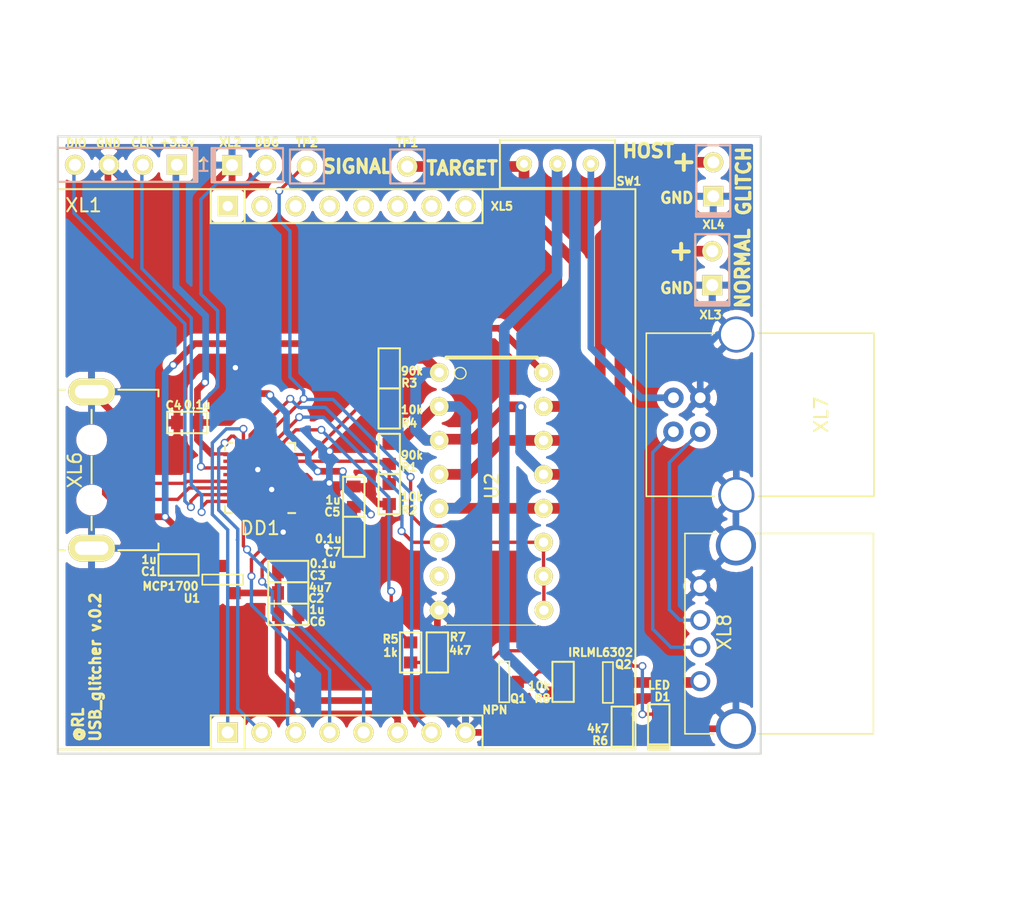
<source format=kicad_pcb>
(kicad_pcb (version 20171130) (host pcbnew "(5.1.4)-1")
  (layers (0 F.Cu signal) (31 B.Cu signal) (34 B.Paste user) (35 F.Paste user) (36 B.SilkS user) (37 F.SilkS user) (38 B.Mask user) (39 F.Mask user) (44 Edge.Cuts user))
  (net 0 "")
  (net 1 +5V)
  (net 2 GND)
  (net 3 +3.3V)
  (net 4 /LED)
  (net 5 "Net-(D1-PadC)")
  (net 6 /Vnorm_adc)
  (net 7 /Vglitch_adc)
  (net 8 /DEVICE_POWER_EN)
  (net 9 /TARGET_ENABLE)
  (net 10 /TARGET_SWITCH)
  (net 11 /LCD_BCKLT)
  (net 12 /LCD_RESET)
  (net 13 /LCD_CE)
  (net 14 /DBG_TX)
  (net 15 /USB_DM)
  (net 16 /USB_DP)
  (net 17 /SWDIO)
  (net 18 /SWCLK)
  (net 19 /LCD_CLK)
  (net 20 /LCD_DC)
  (net 21 /LCD_DIN)
  (net 22 "Net-(Q1-Pad3)")
  (net 23 /DEVICE_POWER)
  (net 24 /PWR)
  (net 25 /Vnormal)
  (net 26 /Vglitch)
  (net 27 /Vtarget)
  (net 28 /HOST_POWER)
  (net 29 /DM)
  (net 30 /DP)
  (module Resistors:RES_0603 (layer F.Cu) (at 170.25 91.25 90)
    (fp_text reference R7 (at 1.15 1.525 180) (layer F.SilkS) (effects (font (size 0.6 0.6))))
    (fp_text value 4k7 (at 0.15 1.7 180) (layer F.SilkS) (effects (font (size 0.6 0.6))))
    (pad 1 smd rect (at -0.75 0 90) (size 0.9 1) (layers F.Cu F.Paste F.Mask) (net 4 /LED))
    (pad 2 smd rect (at 0.75 0 90) (size 0.9 1) (layers F.Cu F.Paste F.Mask) (net 2 GND))
  )
  (module Capacitors:CAP_0603 (layer F.Cu) (at 150.9 84.7 180)
    (fp_text reference C1 (at 2.2 -0.5 180) (layer F.SilkS) (effects (font (size 0.6 0.6))))
    (fp_text value 1u (at 2.2 0.4 180) (layer F.SilkS) (effects (font (size 0.6 0.6))))
    (pad 1 smd rect (at -0.762 0 180) (size 0.889 1.016) (layers F.Cu F.Paste F.Mask) (net 1 +5V))
    (pad 2 smd rect (at 0.762 0 180) (size 0.889 1.016) (layers F.Cu F.Paste F.Mask) (net 2 GND))
  )
  (module Capacitors:CAP_0603 (layer F.Cu) (at 159.1 86.8)
    (fp_text reference C2 (at 2.1 0.4) (layer F.SilkS) (effects (font (size 0.6 0.6))))
    (fp_text value 4u7 (at 2.4 -0.4) (layer F.SilkS) (effects (font (size 0.6 0.6))))
    (pad 1 smd rect (at -0.762 0) (size 0.889 1.016) (layers F.Cu F.Paste F.Mask) (net 3 +3.3V))
    (pad 2 smd rect (at 0.762 0) (size 0.889 1.016) (layers F.Cu F.Paste F.Mask) (net 2 GND))
  )
  (module Capacitors:CAP_0603 (layer F.Cu) (at 159.1 85.2)
    (fp_text reference C3 (at 2.2 0.3) (layer F.SilkS) (effects (font (size 0.6 0.6))))
    (fp_text value 0.1u (at 2.6 -0.6) (layer F.SilkS) (effects (font (size 0.6 0.6))))
    (pad 1 smd rect (at -0.762 0) (size 0.889 1.016) (layers F.Cu F.Paste F.Mask) (net 3 +3.3V))
    (pad 2 smd rect (at 0.762 0) (size 0.889 1.016) (layers F.Cu F.Paste F.Mask) (net 2 GND))
  )
  (module Capacitors:CAP_0603 (layer F.Cu) (at 151.55 74.05 180)
    (fp_text reference C4 (at 1.025 1.275 180) (layer F.SilkS) (effects (font (size 0.6 0.6))))
    (fp_text value 0.1u (at -0.75 1.325 180) (layer F.SilkS) (effects (font (size 0.6 0.6))))
    (pad 1 smd rect (at -0.762 0 180) (size 0.889 1.016) (layers F.Cu F.Paste F.Mask) (net 3 +3.3V))
    (pad 2 smd rect (at 0.762 0 180) (size 0.889 1.016) (layers F.Cu F.Paste F.Mask) (net 2 GND))
  )
  (module Capacitors:CAP_0603 (layer F.Cu) (at 164 79.6 90)
    (fp_text reference C5 (at -1.15 -1.6 180) (layer F.SilkS) (effects (font (size 0.6 0.6))))
    (fp_text value 1u (at -0.25 -1.55 180) (layer F.SilkS) (effects (font (size 0.6 0.6))))
    (pad 1 smd rect (at -0.762 0 90) (size 0.889 1.016) (layers F.Cu F.Paste F.Mask) (net 3 +3.3V))
    (pad 2 smd rect (at 0.762 0 90) (size 0.889 1.016) (layers F.Cu F.Paste F.Mask) (net 2 GND))
  )
  (module Capacitors:CAP_0603 (layer F.Cu) (at 159.1 88.4)
    (fp_text reference C6 (at 2.2 0.55) (layer F.SilkS) (effects (font (size 0.6 0.6))))
    (fp_text value 1u (at 2.15 -0.35) (layer F.SilkS) (effects (font (size 0.6 0.6))))
    (pad 1 smd rect (at -0.762 0) (size 0.889 1.016) (layers F.Cu F.Paste F.Mask) (net 3 +3.3V))
    (pad 2 smd rect (at 0.762 0) (size 0.889 1.016) (layers F.Cu F.Paste F.Mask) (net 2 GND))
  )
  (module Capacitors:CAP_0603 (layer F.Cu) (at 164 82.6 270)
    (fp_text reference C7 (at 1.15 1.55) (layer F.SilkS) (effects (font (size 0.6 0.6))))
    (fp_text value 0.1u (at 0.15 1.9) (layer F.SilkS) (effects (font (size 0.6 0.6))))
    (pad 1 smd rect (at -0.762 0 270) (size 0.889 1.016) (layers F.Cu F.Paste F.Mask) (net 3 +3.3V))
    (pad 2 smd rect (at 0.762 0 270) (size 0.889 1.016) (layers F.Cu F.Paste F.Mask) (net 2 GND))
  )
  (module LEDs:LED_0603 (layer F.Cu) (at 186.8 96.625 270)
    (fp_text reference D1 (at -2.05 -0.275) (layer F.SilkS) (effects (font (size 0.6 0.6))))
    (fp_text value LED (at -2.925 -0.025) (layer F.SilkS) (effects (font (size 0.6 0.6))))
    (pad A smd rect (at -0.762 0 270) (size 0.889 1.016) (layers F.Cu F.Paste F.Mask) (net 4 /LED))
    (pad C smd rect (at 0.762 0 270) (size 0.889 1.016) (layers F.Cu F.Paste F.Mask) (net 5 "Net-(D1-PadC)"))
  )
  (module Housings_DFN_QFN:QFN-32-1EP_5x5mm_Pitch0.5mm (layer F.Cu) (at 157 78.2 180)
    (fp_text reference DD1 (at 0 -3.75 180) (layer F.SilkS))
    (fp_text value STM32F050K4_6)
    (pad 1 smd rect (at -2.4 -1.75 180) (size 0.7 0.25) (layers F.Cu F.Paste F.Mask) (net 3 +3.3V))
    (pad 2 smd rect (at -2.4 -1.25 180) (size 0.7 0.25) (layers F.Cu F.Paste F.Mask))
    (pad 3 smd rect (at -2.4 -0.75 180) (size 0.7 0.25) (layers F.Cu F.Paste F.Mask))
    (pad 4 smd rect (at -2.4 -0.25 180) (size 0.7 0.25) (layers F.Cu F.Paste F.Mask))
    (pad 5 smd rect (at -2.4 0.25 180) (size 0.7 0.25) (layers F.Cu F.Paste F.Mask) (net 3 +3.3V))
    (pad 6 smd rect (at -2.4 0.75 180) (size 0.7 0.25) (layers F.Cu F.Paste F.Mask))
    (pad 7 smd rect (at -2.4 1.25 180) (size 0.7 0.25) (layers F.Cu F.Paste F.Mask) (net 6 /Vnorm_adc))
    (pad 8 smd rect (at -2.4 1.75 180) (size 0.7 0.25) (layers F.Cu F.Paste F.Mask) (net 7 /Vglitch_adc))
    (pad 9 smd rect (at -1.75 2.4 270) (size 0.7 0.25) (layers F.Cu F.Paste F.Mask) (net 8 /DEVICE_POWER_EN))
    (pad 10 smd rect (at -1.25 2.4 270) (size 0.7 0.25) (layers F.Cu F.Paste F.Mask) (net 9 /TARGET_ENABLE))
    (pad 11 smd rect (at -0.75 2.4 270) (size 0.7 0.25) (layers F.Cu F.Paste F.Mask) (net 10 /TARGET_SWITCH))
    (pad 12 smd rect (at -0.25 2.4 270) (size 0.7 0.25) (layers F.Cu F.Paste F.Mask))
    (pad 13 smd rect (at 0.25 2.4 270) (size 0.7 0.25) (layers F.Cu F.Paste F.Mask))
    (pad 14 smd rect (at 0.75 2.4 270) (size 0.7 0.25) (layers F.Cu F.Paste F.Mask) (net 11 /LCD_BCKLT))
    (pad 15 smd rect (at 1.25 2.4 270) (size 0.7 0.25) (layers F.Cu F.Paste F.Mask) (net 12 /LCD_RESET))
    (pad 16 smd rect (at 1.75 2.4 270) (size 0.7 0.25) (layers F.Cu F.Paste F.Mask) (net 13 /LCD_CE))
    (pad 17 smd rect (at 2.4 1.75 180) (size 0.7 0.25) (layers F.Cu F.Paste F.Mask) (net 3 +3.3V))
    (pad 18 smd rect (at 2.4 1.25 180) (size 0.7 0.25) (layers F.Cu F.Paste F.Mask))
    (pad 19 smd rect (at 2.4 0.75 180) (size 0.7 0.25) (layers F.Cu F.Paste F.Mask) (net 14 /DBG_TX))
    (pad 20 smd rect (at 2.4 0.25 180) (size 0.7 0.25) (layers F.Cu F.Paste F.Mask))
    (pad 21 smd rect (at 2.4 -0.25 180) (size 0.7 0.25) (layers F.Cu F.Paste F.Mask) (net 15 /USB_DM))
    (pad 22 smd rect (at 2.4 -0.75 180) (size 0.7 0.25) (layers F.Cu F.Paste F.Mask) (net 16 /USB_DP))
    (pad 23 smd rect (at 2.4 -1.25 180) (size 0.7 0.25) (layers F.Cu F.Paste F.Mask) (net 17 /SWDIO))
    (pad 24 smd rect (at 2.4 -1.75 180) (size 0.7 0.25) (layers F.Cu F.Paste F.Mask) (net 18 /SWCLK))
    (pad 25 smd rect (at 1.75 -2.4 270) (size 0.7 0.25) (layers F.Cu F.Paste F.Mask))
    (pad 26 smd rect (at 1.25 -2.4 270) (size 0.7 0.25) (layers F.Cu F.Paste F.Mask) (net 19 /LCD_CLK))
    (pad 27 smd rect (at 0.75 -2.4 270) (size 0.7 0.25) (layers F.Cu F.Paste F.Mask))
    (pad 28 smd rect (at 0.25 -2.4 270) (size 0.7 0.25) (layers F.Cu F.Paste F.Mask))
    (pad 29 smd rect (at -0.25 -2.4 270) (size 0.7 0.25) (layers F.Cu F.Paste F.Mask) (net 20 /LCD_DC))
    (pad 30 smd rect (at -0.75 -2.4 270) (size 0.7 0.25) (layers F.Cu F.Paste F.Mask) (net 21 /LCD_DIN))
    (pad 31 smd rect (at -1.25 -2.4 270) (size 0.7 0.25) (layers F.Cu F.Paste F.Mask) (net 2 GND))
    (pad 32 smd rect (at -1.75 -2.4 270) (size 0.7 0.25) (layers F.Cu F.Paste F.Mask))
    (pad 33 smd rect (at 0.8625 0.8625 180) (size 1.725 1.725) (layers F.Cu F.Paste F.Mask) (net 2 GND))
    (pad 33 smd rect (at 0.8625 -0.8625 180) (size 1.725 1.725) (layers F.Cu F.Paste F.Mask) (net 2 GND))
    (pad 33 smd rect (at -0.8625 0.8625 180) (size 1.725 1.725) (layers F.Cu F.Paste F.Mask) (net 2 GND))
    (pad 33 smd rect (at -0.8625 -0.8625 180) (size 1.725 1.725) (layers F.Cu F.Paste F.Mask) (net 2 GND))
  )
  (module SOT:SOT23-3 (layer F.Cu) (at 175.25 93.45 90)
    (fp_text reference Q1 (at -1.25 1.05 180) (layer F.SilkS) (effects (font (size 0.6 0.6))))
    (fp_text value NPN (at -2.1 -0.7 180) (layer F.SilkS) (effects (font (size 0.59944 0.59944) (thickness 0.14986))))
    (pad 2 smd rect (at -0.889 -1.016 90) (size 0.9144 0.9144) (layers F.Cu F.Paste F.Mask) (net 2 GND))
    (pad 1 smd rect (at 0.889 -1.016 90) (size 0.9144 0.9144) (layers F.Cu F.Paste F.Mask) (net 4 /LED))
    (pad 3 smd rect (at 0 1.016 90) (size 0.9144 0.9144) (layers F.Cu F.Paste F.Mask) (net 22 "Net-(Q1-Pad3)"))
  )
  (module SOT:SOT23-3 (layer F.Cu) (at 183 93.5 90)
    (fp_text reference Q2 (at 1.35 1.15 180) (layer F.SilkS) (effects (font (size 0.6 0.6))))
    (fp_text value IRLML6302 (at 2.25 -0.55 180) (layer F.SilkS) (effects (font (size 0.59944 0.59944) (thickness 0.14986))))
    (pad 2 smd rect (at -0.889 -1.016 90) (size 0.9144 0.9144) (layers F.Cu F.Paste F.Mask) (net 23 /DEVICE_POWER))
    (pad 1 smd rect (at 0.889 -1.016 90) (size 0.9144 0.9144) (layers F.Cu F.Paste F.Mask) (net 22 "Net-(Q1-Pad3)"))
    (pad 3 smd rect (at 0 1.016 90) (size 0.9144 0.9144) (layers F.Cu F.Paste F.Mask) (net 24 /PWR))
  )
  (module Resistors:RES_0603 (layer F.Cu) (at 166.65 76.4 270)
    (fp_text reference R1 (at 1 -1.5) (layer F.SilkS) (effects (font (size 0.6 0.6))))
    (fp_text value 90k (at 0.1 -1.7) (layer F.SilkS) (effects (font (size 0.6 0.6))))
    (pad 1 smd rect (at -0.75 0 270) (size 0.9 1) (layers F.Cu F.Paste F.Mask) (net 25 /Vnormal))
    (pad 2 smd rect (at 0.75 0 270) (size 0.9 1) (layers F.Cu F.Paste F.Mask) (net 6 /Vnorm_adc))
  )
  (module Resistors:RES_0603 (layer F.Cu) (at 166.65 79.4 270)
    (fp_text reference R2 (at 1.2 -1.5) (layer F.SilkS) (effects (font (size 0.6 0.6))))
    (fp_text value 10k (at 0.2 -1.7) (layer F.SilkS) (effects (font (size 0.6 0.6))))
    (pad 1 smd rect (at -0.75 0 270) (size 0.9 1) (layers F.Cu F.Paste F.Mask) (net 6 /Vnorm_adc))
    (pad 2 smd rect (at 0.75 0 270) (size 0.9 1) (layers F.Cu F.Paste F.Mask) (net 2 GND))
  )
  (module Resistors:RES_0603 (layer F.Cu) (at 166.65 70 270)
    (fp_text reference R3 (at 1.1 -1.5 180) (layer F.SilkS) (effects (font (size 0.6 0.6))))
    (fp_text value 90k (at 0.2 -1.7) (layer F.SilkS) (effects (font (size 0.6 0.6))))
    (pad 1 smd rect (at -0.75 0 270) (size 0.9 1) (layers F.Cu F.Paste F.Mask) (net 26 /Vglitch))
    (pad 2 smd rect (at 0.75 0 270) (size 0.9 1) (layers F.Cu F.Paste F.Mask) (net 7 /Vglitch_adc))
  )
  (module Resistors:RES_0603 (layer F.Cu) (at 166.65 73 270)
    (fp_text reference R4 (at 1.1 -1.5) (layer F.SilkS) (effects (font (size 0.6 0.6))))
    (fp_text value 10k (at 0.1 -1.7) (layer F.SilkS) (effects (font (size 0.6 0.6))))
    (pad 1 smd rect (at -0.75 0 270) (size 0.9 1) (layers F.Cu F.Paste F.Mask) (net 7 /Vglitch_adc))
    (pad 2 smd rect (at 0.75 0 270) (size 0.9 1) (layers F.Cu F.Paste F.Mask) (net 2 GND))
  )
  (module Resistors:RES_0603 (layer F.Cu) (at 168.25 91.25 90)
    (fp_text reference R5 (at 1 -1.5 180) (layer F.SilkS) (effects (font (size 0.6 0.6))))
    (fp_text value 1k (at 0 -1.5 180) (layer F.SilkS) (effects (font (size 0.6 0.6))))
    (pad 1 smd rect (at -0.75 0 90) (size 0.9 1) (layers F.Cu F.Paste F.Mask) (net 4 /LED))
    (pad 2 smd rect (at 0.75 0 90) (size 0.9 1) (layers F.Cu F.Paste F.Mask) (net 8 /DEVICE_POWER_EN))
  )
  (module Resistors:RES_0603 (layer F.Cu) (at 184.075 96.8 270)
    (fp_text reference R6 (at 1.05 1.65) (layer F.SilkS) (effects (font (size 0.6 0.6))))
    (fp_text value 4k7 (at 0.15 1.825) (layer F.SilkS) (effects (font (size 0.6 0.6))))
    (pad 1 smd rect (at -0.75 0 270) (size 0.9 1) (layers F.Cu F.Paste F.Mask) (net 2 GND))
    (pad 2 smd rect (at 0.75 0 270) (size 0.9 1) (layers F.Cu F.Paste F.Mask) (net 5 "Net-(D1-PadC)"))
  )
  (module Resistors:RES_0603 (layer F.Cu) (at 179.65 93.45 270)
    (fp_text reference R8 (at 1.25 1.55) (layer F.SilkS) (effects (font (size 0.6 0.6))))
    (fp_text value 10k (at 0.3 1.8) (layer F.SilkS) (effects (font (size 0.6 0.6))))
    (pad 1 smd rect (at -0.75 0 270) (size 0.9 1) (layers F.Cu F.Paste F.Mask) (net 22 "Net-(Q1-Pad3)"))
    (pad 2 smd rect (at 0.75 0 270) (size 0.9 1) (layers F.Cu F.Paste F.Mask) (net 23 /DEVICE_POWER))
  )
  (module BtnsSwitches:SW_SS-1P2T (layer F.Cu) (at 179.225 54.7)
    (fp_text reference SW1 (at 5.35 1.3) (layer F.SilkS) (effects (font (size 0.6 0.6))))
    (fp_text value SWITCH)
    (pad 1 thru_hole circle (at -2.5 0) (size 1.2 1.2) (drill 0.6) (layers *.Cu *.Mask F.SilkS) (net 27 /Vtarget))
    (pad 2 thru_hole circle (at 0 0) (size 1.2 1.2) (drill 0.6) (layers *.Cu *.Mask F.SilkS) (net 23 /DEVICE_POWER))
    (pad 3 thru_hole circle (at 2.5 0) (size 1.2 1.2) (drill 0.6) (layers *.Cu *.Mask F.SilkS) (net 28 /HOST_POWER))
  )
  (module SOT:SOT23-3 (layer F.Cu) (at 154.2 85.8 180)
    (fp_text reference U1 (at 2.3 -1.4 180) (layer F.SilkS) (effects (font (size 0.6 0.6))))
    (fp_text value MCP1700 (at 3.9 -0.5 180) (layer F.SilkS) (effects (font (size 0.59944 0.59944) (thickness 0.14986))))
    (pad 2 smd rect (at -0.889 -1.016 180) (size 0.9144 0.9144) (layers F.Cu F.Paste F.Mask) (net 3 +3.3V))
    (pad 1 smd rect (at 0.889 -1.016 180) (size 0.9144 0.9144) (layers F.Cu F.Paste F.Mask) (net 2 GND))
    (pad 3 smd rect (at 0 1.016 180) (size 0.9144 0.9144) (layers F.Cu F.Paste F.Mask) (net 1 +5V))
  )
  (module Display:84x48_LCD_Module (layer F.Cu) (at 163.465001 56.595)
    (fp_text reference XL1 (at -19.665001 1.205 180) (layer F.SilkS))
    (fp_text value CONN_8)
    (pad NC thru_hole rect (at -8.89 1.27) (size 1.524 1.524) (drill 0.762) (layers *.Cu *.Mask F.SilkS))
    (pad NC thru_hole oval (at -6.35 1.27) (size 1.5 1.5) (drill 0.9) (layers *.Cu *.Mask F.SilkS))
    (pad NC thru_hole oval (at -3.81 1.27) (size 1.5 1.5) (drill 0.9) (layers *.Cu *.Mask F.SilkS))
    (pad NC thru_hole oval (at -1.27 1.27) (size 1.5 1.5) (drill 0.9) (layers *.Cu *.Mask F.SilkS))
    (pad NC thru_hole oval (at 1.27 1.27) (size 1.5 1.5) (drill 0.9) (layers *.Cu *.Mask F.SilkS))
    (pad NC thru_hole oval (at 3.81 1.27) (size 1.5 1.5) (drill 0.9) (layers *.Cu *.Mask F.SilkS))
    (pad NC thru_hole oval (at 6.35 1.27) (size 1.5 1.5) (drill 0.9) (layers *.Cu *.Mask F.SilkS))
    (pad NC thru_hole oval (at 8.89 1.27) (size 1.5 1.5) (drill 0.9) (layers *.Cu *.Mask F.SilkS))
    (pad 1 thru_hole rect (at -8.89 40.64) (size 1.5 1.5) (drill 0.9) (layers *.Cu *.Mask F.SilkS) (net 12 /LCD_RESET))
    (pad 2 thru_hole circle (at -6.35 40.64) (size 1.5 1.5) (drill 0.9) (layers *.Cu *.Mask F.SilkS) (net 13 /LCD_CE))
    (pad 3 thru_hole circle (at -3.81 40.64) (size 1.5 1.5) (drill 0.9) (layers *.Cu *.Mask F.SilkS) (net 20 /LCD_DC))
    (pad 4 thru_hole circle (at -1.27 40.64) (size 1.5 1.5) (drill 0.9) (layers *.Cu *.Mask F.SilkS) (net 21 /LCD_DIN))
    (pad 5 thru_hole circle (at 1.27 40.64) (size 1.5 1.5) (drill 0.9) (layers *.Cu *.Mask F.SilkS) (net 19 /LCD_CLK))
    (pad 6 thru_hole circle (at 3.81 40.64) (size 1.5 1.5) (drill 0.9) (layers *.Cu *.Mask F.SilkS) (net 3 +3.3V))
    (pad 7 thru_hole circle (at 6.35 40.64) (size 1.5 1.5) (drill 0.9) (layers *.Cu *.Mask F.SilkS) (net 11 /LCD_BCKLT))
    (pad 8 thru_hole circle (at 8.89 40.64) (size 1.5 1.5) (drill 0.9) (layers *.Cu *.Mask F.SilkS) (net 2 GND))
  )
  (module Connectors:PLS-4 (layer F.Cu) (at 150.775 54.775 180)
    (fp_text reference XL5 (at -24.3 -3.1 180) (layer F.SilkS) (effects (font (size 0.6 0.6))))
    (fp_text value ST_SWD hide)
    (fp_text user 1 (at -2 0 180) (layer B.SilkS) (effects (justify mirror)))
    (fp_text user 1 (at -2 0 180) (layer F.SilkS))
    (pad 1 thru_hole rect (at 0 0 180) (size 1.5 1.5) (drill 0.9) (layers *.Cu *.Mask F.SilkS) (net 3 +3.3V))
    (pad 2 thru_hole circle (at 2.54 0 180) (size 1.5 1.5) (drill 0.9) (layers *.Cu *.Mask F.SilkS) (net 18 /SWCLK))
    (pad 3 thru_hole circle (at 5.08 0 180) (size 1.5 1.5) (drill 0.9) (layers *.Cu *.Mask F.SilkS) (net 2 GND))
    (pad 4 thru_hole circle (at 7.62 0 180) (size 1.5 1.5) (drill 0.9) (layers *.Cu *.Mask F.SilkS) (net 17 /SWDIO))
  )
  (module Connectors:USB_A_Type2_PCB (layer F.Cu) (at 144.4 77.6 90)
    (fp_text reference XL6 (at 0 -1.25 90) (layer F.SilkS))
    (fp_text value USB_A)
    (pad 1 smd rect (at -3.5 2.6 90) (size 1.2 2) (layers F.Cu F.Paste F.Mask) (net 1 +5V))
    (pad 2 smd rect (at -1 2.6 90) (size 1.2 2) (layers F.Cu F.Paste F.Mask) (net 15 /USB_DM))
    (pad 3 smd rect (at 1 2.6 90) (size 1.2 2) (layers F.Cu F.Paste F.Mask) (net 16 /USB_DP))
    (pad 4 smd rect (at 3.5 2.6 90) (size 1.2 2) (layers F.Cu F.Paste F.Mask) (net 2 GND))
    (pad "" np_thru_hole circle (at -2.25 0 90) (size 1.3 1.3) (drill 1.3) (layers *.Cu *.Mask F.SilkS))
    (pad "" np_thru_hole circle (at 2.25 0 90) (size 1.3 1.3) (drill 1.3) (layers *.Cu *.Mask F.SilkS))
    (pad 5 thru_hole oval (at 5.85 0 90) (size 2 3.5) (drill oval 1 2.5) (layers *.Cu *.Mask F.SilkS) (net 2 GND))
    (pad 5 thru_hole oval (at -5.85 0 90) (size 2 3.5) (drill oval 1 2.5) (layers *.Cu *.Mask F.SilkS) (net 2 GND))
  )
  (module Connect:USB_B (layer F.Cu) (at 187.9 72.2)
    (fp_text reference XL7 (at 11.05 1.27 90) (layer F.SilkS))
    (fp_text value USB_A)
    (pad 2 thru_hole circle (at 0 2.54 270) (size 1.52 1.52) (drill 0.81) (layers *.Cu *.Mask) (net 29 /DM))
    (pad 1 thru_hole circle (at 0 0 270) (size 1.52 1.52) (drill 0.81) (layers *.Cu *.Mask) (net 28 /HOST_POWER))
    (pad 4 thru_hole circle (at 2 0 270) (size 1.52 1.52) (drill 0.81) (layers *.Cu *.Mask) (net 2 GND))
    (pad 3 thru_hole circle (at 2 2.54 270) (size 1.52 1.52) (drill 0.81) (layers *.Cu *.Mask) (net 30 /DP))
    (pad 5 thru_hole circle (at 4.7 7.27 270) (size 2.7 2.7) (drill 2.3) (layers *.Cu *.Mask) (net 2 GND))
    (pad 5 thru_hole circle (at 4.7 -4.73 270) (size 2.7 2.7) (drill 2.3) (layers *.Cu *.Mask) (net 2 GND))
  )
  (module Connect:USB_A (layer F.Cu) (at 189.9 93.4 90)
    (fp_text reference XL8 (at 3.675 1.8 90) (layer F.SilkS))
    (fp_text value USB_B)
    (pad 4 thru_hole circle (at 7.11 0) (size 1.5 1.5) (drill 1) (layers *.Cu *.Mask) (net 2 GND))
    (pad 3 thru_hole circle (at 4.57 0) (size 1.5 1.5) (drill 1) (layers *.Cu *.Mask) (net 30 /DP))
    (pad 2 thru_hole circle (at 2.54 0) (size 1.5 1.5) (drill 1) (layers *.Cu *.Mask) (net 29 /DM))
    (pad 1 thru_hole circle (at 0 0) (size 1.5 1.5) (drill 1) (layers *.Cu *.Mask) (net 24 /PWR))
    (pad 5 thru_hole circle (at 10.16 2.67) (size 3 3) (drill 2.3) (layers *.Cu *.Mask) (net 2 GND))
    (pad 5 thru_hole circle (at -3.56 2.67) (size 3 3) (drill 2.3) (layers *.Cu *.Mask) (net 2 GND))
  )
  (module Connectors:PLS-2 (layer F.Cu) (at 154.9 54.8)
    (fp_text reference XL2 (at -0.125 -1.7) (layer F.SilkS) (effects (font (size 0.6 0.6))))
    (fp_text value CONN_2 hide)
    (pad 1 thru_hole rect (at 0 0) (size 1.5 1.5) (drill 0.9) (layers *.Cu *.Mask F.SilkS) (net 2 GND))
    (pad 2 thru_hole circle (at 2.54 0) (size 1.5 1.5) (drill 0.9) (layers *.Cu *.Mask F.SilkS) (net 14 /DBG_TX))
  )
  (module Connectors:PLS-2 (layer F.Cu) (at 190.8 63.775 90)
    (fp_text reference XL3 (at -2.225 -0.125 180) (layer F.SilkS) (effects (font (size 0.6 0.6))))
    (fp_text value CONN_2 hide)
    (pad 1 thru_hole rect (at 0 0 90) (size 1.5 1.5) (drill 0.9) (layers *.Cu *.Mask F.SilkS) (net 2 GND))
    (pad 2 thru_hole circle (at 2.54 0 90) (size 1.5 1.5) (drill 0.9) (layers *.Cu *.Mask F.SilkS) (net 25 /Vnormal))
  )
  (module Connectors:PLS-2 (layer F.Cu) (at 190.875 57.125 90)
    (fp_text reference XL4 (at -2.125 0.025 180) (layer F.SilkS) (effects (font (size 0.6 0.6))))
    (fp_text value CONN_2 hide)
    (pad 1 thru_hole rect (at 0 0 90) (size 1.5 1.5) (drill 0.9) (layers *.Cu *.Mask F.SilkS) (net 2 GND))
    (pad 2 thru_hole circle (at 2.54 0 90) (size 1.5 1.5) (drill 0.9) (layers *.Cu *.Mask F.SilkS) (net 26 /Vglitch))
  )
  (module Installation:MAX4619 (layer F.Cu) (at 174.3 79.2)
    (fp_text reference U2 (at 0.0254 -0.4064 90) (layer F.SilkS))
    (fp_text value MAX4619)
    (pad 1 thru_hole circle (at -3.9116 -8.89) (size 1.4 1.4) (drill 0.7) (layers *.Cu *.Mask F.SilkS) (net 26 /Vglitch))
    (pad 2 thru_hole circle (at -3.9116 -6.35) (size 1.4 1.4) (drill 0.7) (layers *.Cu *.Mask F.SilkS) (net 25 /Vnormal))
    (pad 3 thru_hole circle (at -3.9116 -3.81) (size 1.4 1.4) (drill 0.7) (layers *.Cu *.Mask F.SilkS) (net 26 /Vglitch))
    (pad 4 thru_hole circle (at -3.9116 -1.27) (size 1.4 1.4) (drill 0.7) (layers *.Cu *.Mask F.SilkS) (net 27 /Vtarget))
    (pad 5 thru_hole circle (at -3.9116 1.27) (size 1.4 1.4) (drill 0.7) (layers *.Cu *.Mask F.SilkS) (net 25 /Vnormal))
    (pad 6 thru_hole circle (at -3.9116 3.81) (size 1.4 1.4) (drill 0.7) (layers *.Cu *.Mask F.SilkS) (net 9 /TARGET_ENABLE))
    (pad 7 thru_hole circle (at -3.9116 6.35) (size 1.4 1.4) (drill 0.7) (layers *.Cu *.Mask F.SilkS))
    (pad 8 thru_hole circle (at -3.9116 8.89) (size 1.4 1.4) (drill 0.7) (layers *.Cu *.Mask F.SilkS) (net 2 GND))
    (pad 9 thru_hole circle (at 3.9116 8.89) (size 1.4 1.4) (drill 0.7) (layers *.Cu *.Mask F.SilkS) (net 10 /TARGET_SWITCH))
    (pad 10 thru_hole circle (at 3.8862 6.35) (size 1.4 1.4) (drill 0.7) (layers *.Cu *.Mask F.SilkS) (net 10 /TARGET_SWITCH))
    (pad 11 thru_hole circle (at 3.8862 3.81) (size 1.4 1.4) (drill 0.7) (layers *.Cu *.Mask F.SilkS) (net 10 /TARGET_SWITCH))
    (pad 12 thru_hole circle (at 3.8862 1.27) (size 1.4 1.4) (drill 0.7) (layers *.Cu *.Mask F.SilkS) (net 25 /Vnormal))
    (pad 13 thru_hole circle (at 3.8862 -1.27) (size 1.4 1.4) (drill 0.7) (layers *.Cu *.Mask F.SilkS) (net 26 /Vglitch))
    (pad 14 thru_hole circle (at 3.8862 -3.81) (size 1.4 1.4) (drill 0.7) (layers *.Cu *.Mask F.SilkS) (net 27 /Vtarget))
    (pad 15 thru_hole circle (at 3.8862 -6.35) (size 1.4 1.4) (drill 0.7) (layers *.Cu *.Mask F.SilkS) (net 27 /Vtarget))
    (pad 16 thru_hole circle (at 3.8862 -8.89) (size 1.4 1.4) (drill 0.7) (layers *.Cu *.Mask F.SilkS) (net 1 +5V))
  )
  (module Connectors:PLS-1Rnd (layer F.Cu) (at 168 54.9)
    (fp_text reference TP1 (at 0 -1.778) (layer F.SilkS) (effects (font (size 0.6 0.6))))
    (fp_text value TESTPOINT hide)
    (pad 1 thru_hole circle (at 0 0) (size 1.5 1.5) (drill 0.9) (layers *.Cu *.Mask F.SilkS) (net 27 /Vtarget))
  )
  (module Connectors:PLS-1Rnd (layer F.Cu) (at 160.5 54.9)
    (fp_text reference TP2 (at 0 -1.778) (layer F.SilkS) (effects (font (size 0.6 0.6))))
    (fp_text value TESTPOINT hide)
    (pad 1 thru_hole circle (at 0 0) (size 1.5 1.5) (drill 0.9) (layers *.Cu *.Mask F.SilkS) (net 10 /TARGET_SWITCH))
  )
  (gr_text GND (at 188.15 64) (layer F.SilkS) (effects (font (size 0.8 0.8) (thickness 0.2))))
  (gr_text + (at 188.475 61.15) (layer F.SilkS) (effects (font (size 1.5 1.5) (thickness 0.3))))
  (gr_text GND (at 188.15 57.25) (layer F.SilkS) (effects (font (size 0.8 0.8) (thickness 0.2))))
  (gr_text + (at 188.675 54.475) (layer F.SilkS) (effects (font (size 1.5 1.5) (thickness 0.3))))
  (gr_text "@RL\nUSB_glitcher v.0.2\n\n" (at 144.675 98.025 90) (layer F.SilkS) (effects (font (size 0.8 0.8) (thickness 0.2)) (justify left)))
  (gr_text NORMAL (at 193.075 62.525 90) (layer F.SilkS) (effects (font (size 1 1) (thickness 0.25))))
  (gr_text "GLITCH\n" (at 193.15 56 90) (layer F.SilkS) (effects (font (size 1 1) (thickness 0.25))))
  (gr_text DIO (at 143.25 53.175) (layer F.SilkS) (effects (font (size 0.6 0.6))))
  (gr_text GND (at 145.65 53.175) (layer F.SilkS) (effects (font (size 0.6 0.6))))
  (gr_text CLK (at 148.2 53.125) (layer F.SilkS) (effects (font (size 0.6 0.6))))
  (gr_line (start 141.875 98.825) (end 141.875 98.475) (angle 90) (layer Edge.Cuts) (width 0.15))
  (gr_line (start 194.425 98.825) (end 141.875 98.825) (angle 90) (layer Edge.Cuts) (width 0.15))
  (gr_line (start 194.425 52.65) (end 194.425 98.825) (angle 90) (layer Edge.Cuts) (width 0.15))
  (gr_line (start 141.875 52.65) (end 194.425 52.65) (angle 90) (layer Edge.Cuts) (width 0.15))
  (gr_line (start 141.875 53.525) (end 141.875 52.65) (angle 90) (layer Edge.Cuts) (width 0.15))
  (gr_line (start 141.875 98.5) (end 141.875 53.525) (angle 90) (layer Edge.Cuts) (width 0.15))
  (gr_text HOST (at 186.025 53.725) (layer F.SilkS) (effects (font (size 1 1) (thickness 0.25))))
  (gr_text DBG (at 157.5 53.1) (layer F.SilkS) (effects (font (size 0.6 0.6))))
  (gr_text +3.3v (at 150.8 53.1) (layer F.SilkS) (effects (font (size 0.6 0.6))))
  (gr_text "TARGET\n" (at 172.1 55.025) (layer F.SilkS) (effects (font (size 1 1) (thickness 0.25))))
  (gr_text SIGNAL (at 164.25 54.9) (layer F.SilkS) (effects (font (size 1 1) (thickness 0.25))))
  (segment (start 151.662 84.7) (end 153.916 84.7) (width 0.5) (layer F.Cu) (net 1))
  (segment (start 153.916 84.7) (end 154.2 84.984) (width 0.5) (layer F.Cu) (net 1))
  (segment (start 151.662 82.862) (end 151.662 84.7) (width 0.5) (layer F.Cu) (net 1))
  (segment (start 149.9 81.1) (end 151.662 82.862) (width 0.5) (layer F.Cu) (net 1))
  (segment (start 147 81.1) (end 149.9 81.1) (width 0.5) (layer F.Cu) (net 1))
  (via (at 149.9 81.1) (size 0.6) (drill 0.4) (layers F.Cu B.Cu) (net 1))
  (segment (start 149.9 81.1) (end 149.9 70.35) (width 0.5) (layer B.Cu) (net 1))
  (segment (start 149.9 70.35) (end 150.5 69.75) (width 0.5) (layer B.Cu) (net 1))
  (via (at 150.5 69.75) (size 0.6) (drill 0.4) (layers F.Cu B.Cu) (net 1))
  (segment (start 152.100001 68.149999) (end 162.350001 68.149999) (width 0.5) (layer F.Cu) (net 1))
  (segment (start 150.5 69.75) (end 152.100001 68.149999) (width 0.5) (layer F.Cu) (net 1))
  (segment (start 162.350001 68.149999) (end 163.5 67) (width 0.5) (layer F.Cu) (net 1))
  (segment (start 174.8762 67) (end 178.1862 70.31) (width 0.5) (layer F.Cu) (net 1))
  (segment (start 163.5 67) (end 174.8762 67) (width 0.5) (layer F.Cu) (net 1))
  (segment (start 190.8 63.775) (end 189.075 63.775) (width 0.5) (layer B.Cu) (net 2))
  (segment (start 189.05 57.125) (end 190.875 57.125) (width 0.5) (layer B.Cu) (net 2))
  (segment (start 188.075 58.1) (end 189.05 57.125) (width 0.5) (layer B.Cu) (net 2))
  (segment (start 188.075 62.775) (end 188.075 58.1) (width 0.5) (layer B.Cu) (net 2))
  (segment (start 189.075 63.775) (end 188.075 62.775) (width 0.5) (layer B.Cu) (net 2))
  (segment (start 158.25 81.4) (end 158.4 81.55) (width 0.25) (layer F.Cu) (net 2))
  (segment (start 158.25 80.6) (end 158.25 81.4) (width 0.25) (layer F.Cu) (net 2))
  (segment (start 158.25 81.4) (end 158.25 81.65) (width 0.25) (layer F.Cu) (net 2))
  (segment (start 159.8 83.325) (end 158.725 82.25) (width 0.5) (layer B.Cu) (net 2))
  (via (at 158.725 82.25) (size 0.6) (drill 0.4) (layers F.Cu B.Cu) (net 2))
  (segment (start 158.725 82.25) (end 158.4 81.925) (width 0.5) (layer F.Cu) (net 2))
  (segment (start 158.4 81.925) (end 158.4 81.8) (width 0.5) (layer F.Cu) (net 2))
  (segment (start 159.8 83.325) (end 161.975 83.325) (width 0.5) (layer B.Cu) (net 2))
  (segment (start 158.25 81.65) (end 158.4 81.8) (width 0.25) (layer F.Cu) (net 2))
  (segment (start 150.788 74.05) (end 150.788 71.312) (width 0.5) (layer F.Cu) (net 2))
  (segment (start 156.825 77.575) (end 156.5875 77.3375) (width 0.5) (layer F.Cu) (net 2))
  (via (at 156.825 77.575) (size 0.6) (drill 0.4) (layers F.Cu B.Cu) (net 2))
  (segment (start 156.85 77.55) (end 156.825 77.575) (width 0.5) (layer B.Cu) (net 2))
  (segment (start 156.85 71.65) (end 156.85 77.55) (width 0.5) (layer B.Cu) (net 2))
  (segment (start 155.15 69.95) (end 156.85 71.65) (width 0.5) (layer B.Cu) (net 2))
  (via (at 155.15 69.95) (size 0.6) (drill 0.4) (layers F.Cu B.Cu) (net 2))
  (segment (start 152.15 69.95) (end 155.15 69.95) (width 0.5) (layer F.Cu) (net 2))
  (segment (start 150.788 71.312) (end 152.15 69.95) (width 0.5) (layer F.Cu) (net 2))
  (segment (start 156.5875 77.3375) (end 156.1375 77.3375) (width 0.5) (layer F.Cu) (net 2))
  (via (at 157.8625 79.0625) (size 0.6) (drill 0.4) (layers F.Cu B.Cu) (net 2))
  (segment (start 157.8625 77.3375) (end 157.8625 79.0625) (width 0.5) (layer F.Cu) (net 2))
  (segment (start 162.1 78.65) (end 162.175 78.575) (width 0.5) (layer B.Cu) (net 2))
  (segment (start 158.275 78.65) (end 162.1 78.65) (width 0.5) (layer B.Cu) (net 2))
  (segment (start 157.8625 79.0625) (end 158.275 78.65) (width 0.5) (layer B.Cu) (net 2))
  (segment (start 145.62 54.8) (end 145.625 54.8) (width 0.5) (layer F.Cu) (net 2))
  (segment (start 145.625 54.8) (end 147.975 57.15) (width 0.5) (layer F.Cu) (net 2))
  (segment (start 152.55 57.15) (end 154.9 54.8) (width 0.5) (layer F.Cu) (net 2))
  (segment (start 147.975 57.15) (end 152.55 57.15) (width 0.5) (layer F.Cu) (net 2))
  (segment (start 144.4 71.75) (end 144.4 59) (width 0.5) (layer F.Cu) (net 2))
  (segment (start 145.62 57.78) (end 145.62 54.8) (width 0.5) (layer F.Cu) (net 2))
  (segment (start 144.4 59) (end 145.62 57.78) (width 0.5) (layer F.Cu) (net 2))
  (segment (start 184.075 96.05) (end 184.075 95.525) (width 0.5) (layer F.Cu) (net 2))
  (segment (start 189.935 96.96) (end 192.57 96.96) (width 0.5) (layer F.Cu) (net 2))
  (segment (start 187.525002 94.550002) (end 189.935 96.96) (width 0.5) (layer F.Cu) (net 2))
  (segment (start 185.049998 94.550002) (end 187.525002 94.550002) (width 0.5) (layer F.Cu) (net 2))
  (segment (start 184.075 95.525) (end 185.049998 94.550002) (width 0.5) (layer F.Cu) (net 2))
  (segment (start 184.075 96.05) (end 183.1 96.05) (width 0.5) (layer F.Cu) (net 2))
  (segment (start 181.915 97.235) (end 172.355001 97.235) (width 0.5) (layer F.Cu) (net 2))
  (segment (start 183.1 96.05) (end 181.915 97.235) (width 0.5) (layer F.Cu) (net 2))
  (segment (start 159.862 88.4) (end 159.862 92.913) (width 0.5) (layer F.Cu) (net 2))
  (segment (start 153.311 89.086) (end 153.311 86.816) (width 0.5) (layer F.Cu) (net 2))
  (segment (start 159.825 95.6) (end 153.311 89.086) (width 0.5) (layer F.Cu) (net 2))
  (via (at 159.825 95.6) (size 0.6) (drill 0.4) (layers F.Cu B.Cu) (net 2))
  (segment (start 159.825 92.95) (end 159.825 95.6) (width 0.5) (layer B.Cu) (net 2))
  (segment (start 159.85 92.925) (end 159.825 92.95) (width 0.5) (layer B.Cu) (net 2))
  (via (at 159.85 92.925) (size 0.6) (drill 0.4) (layers F.Cu B.Cu) (net 2))
  (segment (start 159.862 92.913) (end 159.85 92.925) (width 0.5) (layer F.Cu) (net 2))
  (segment (start 150.138 84.7) (end 150.138 86.438) (width 0.5) (layer F.Cu) (net 2))
  (segment (start 150.138 86.438) (end 150.516 86.816) (width 0.5) (layer F.Cu) (net 2))
  (segment (start 150.516 86.816) (end 153.311 86.816) (width 0.5) (layer F.Cu) (net 2))
  (segment (start 144.4 83.45) (end 147.575 83.45) (width 0.5) (layer F.Cu) (net 2))
  (segment (start 148.825 84.7) (end 150.138 84.7) (width 0.5) (layer F.Cu) (net 2))
  (segment (start 147.575 83.45) (end 148.825 84.7) (width 0.5) (layer F.Cu) (net 2))
  (segment (start 147 74.1) (end 146.75 74.1) (width 0.5) (layer F.Cu) (net 2))
  (segment (start 146.75 74.1) (end 144.4 71.75) (width 0.5) (layer F.Cu) (net 2))
  (segment (start 147 74.1) (end 150.738 74.1) (width 0.5) (layer F.Cu) (net 2))
  (segment (start 150.738 74.1) (end 150.788 74.05) (width 0.5) (layer F.Cu) (net 2))
  (segment (start 156.1375 79.0625) (end 156.1375 77.3375) (width 0.5) (layer F.Cu) (net 2))
  (segment (start 156.1375 77.3375) (end 157.8625 77.3375) (width 0.5) (layer F.Cu) (net 2))
  (segment (start 164 83.362) (end 162.012 83.362) (width 0.5) (layer F.Cu) (net 2))
  (segment (start 162.012 83.362) (end 161.975 83.325) (width 0.5) (layer F.Cu) (net 2))
  (via (at 161.975 83.325) (size 0.6) (drill 0.4) (layers F.Cu B.Cu) (net 2))
  (segment (start 161.975 83.325) (end 162.175 83.125) (width 0.5) (layer B.Cu) (net 2))
  (segment (start 162.175 83.125) (end 162.175 78.575) (width 0.5) (layer B.Cu) (net 2))
  (segment (start 166.65 73.75) (end 164.65 73.75) (width 0.5) (layer F.Cu) (net 2))
  (segment (start 162.175 76.225) (end 162.175 78.575) (width 0.5) (layer B.Cu) (net 2))
  (segment (start 162.2 76.2) (end 162.175 76.225) (width 0.5) (layer B.Cu) (net 2))
  (via (at 162.2 76.2) (size 0.6) (drill 0.4) (layers F.Cu B.Cu) (net 2))
  (segment (start 164.65 73.75) (end 162.2 76.2) (width 0.5) (layer F.Cu) (net 2))
  (segment (start 162.438 78.838) (end 164 78.838) (width 0.5) (layer F.Cu) (net 2))
  (segment (start 162.175 78.575) (end 162.438 78.838) (width 0.5) (layer F.Cu) (net 2))
  (via (at 162.175 78.575) (size 0.6) (drill 0.4) (layers F.Cu B.Cu) (net 2))
  (segment (start 192.57 96.96) (end 192.57 88.62) (width 0.5) (layer B.Cu) (net 2))
  (segment (start 192.57 88.62) (end 190.24 86.29) (width 0.5) (layer B.Cu) (net 2))
  (segment (start 190.24 86.29) (end 189.9 86.29) (width 0.5) (layer B.Cu) (net 2))
  (segment (start 189.9 86.29) (end 189.9 85.91) (width 0.5) (layer B.Cu) (net 2))
  (segment (start 189.9 85.91) (end 192.57 83.24) (width 0.5) (layer B.Cu) (net 2))
  (segment (start 192.6 79.47) (end 192.6 74.9) (width 0.5) (layer B.Cu) (net 2))
  (segment (start 192.6 74.9) (end 189.9 72.2) (width 0.5) (layer B.Cu) (net 2))
  (segment (start 189.9 72.2) (end 189.9 68.8) (width 0.5) (layer B.Cu) (net 2))
  (segment (start 189.9 68.8) (end 191.23 67.47) (width 0.5) (layer B.Cu) (net 2))
  (segment (start 191.23 67.47) (end 192.6 67.47) (width 0.5) (layer B.Cu) (net 2))
  (segment (start 192.57 83.24) (end 192.57 79.5) (width 0.5) (layer B.Cu) (net 2))
  (segment (start 192.57 79.5) (end 192.6 79.47) (width 0.5) (layer B.Cu) (net 2))
  (segment (start 190.8 63.775) (end 190.8 65.67) (width 0.5) (layer B.Cu) (net 2))
  (segment (start 190.8 65.67) (end 192.6 67.47) (width 0.5) (layer B.Cu) (net 2))
  (segment (start 170.3884 88.09) (end 170.54 88.09) (width 0.5) (layer B.Cu) (net 2))
  (segment (start 170.54 88.09) (end 172.355001 89.905001) (width 0.5) (layer B.Cu) (net 2))
  (segment (start 172.355001 89.905001) (end 172.355001 97.235) (width 0.5) (layer B.Cu) (net 2))
  (segment (start 172.355001 97.235) (end 172.355001 95.244999) (width 0.5) (layer F.Cu) (net 2))
  (segment (start 173.261 94.339) (end 174.234 94.339) (width 0.5) (layer F.Cu) (net 2))
  (segment (start 172.355001 95.244999) (end 173.261 94.339) (width 0.5) (layer F.Cu) (net 2))
  (segment (start 166.65 80.15) (end 166.65 84.3516) (width 0.5) (layer F.Cu) (net 2))
  (segment (start 166.65 84.3516) (end 170.3884 88.09) (width 0.5) (layer F.Cu) (net 2))
  (segment (start 166.65 80.15) (end 165.85 80.15) (width 0.5) (layer F.Cu) (net 2))
  (segment (start 164.538 78.838) (end 164 78.838) (width 0.5) (layer F.Cu) (net 2))
  (segment (start 165.85 80.15) (end 164.538 78.838) (width 0.5) (layer F.Cu) (net 2))
  (segment (start 159.862 85.2) (end 162.9 85.2) (width 0.5) (layer F.Cu) (net 2))
  (segment (start 164 84.1) (end 164 83.362) (width 0.5) (layer F.Cu) (net 2))
  (segment (start 162.9 85.2) (end 164 84.1) (width 0.5) (layer F.Cu) (net 2))
  (segment (start 159.862 88.4) (end 159.862 86.8) (width 0.5) (layer F.Cu) (net 2))
  (segment (start 159.862 86.8) (end 159.862 85.2) (width 0.5) (layer F.Cu) (net 2))
  (segment (start 170.25 88.2284) (end 170.3884 88.09) (width 0.5) (layer F.Cu) (net 2))
  (segment (start 170.25 90.5) (end 170.25 88.2284) (width 0.5) (layer F.Cu) (net 2))
  (segment (start 154.55 76.4) (end 153.375 76.4) (width 0.25) (layer F.Cu) (net 3))
  (segment (start 152.312 75.337) (end 153.375 76.4) (width 0.5) (layer F.Cu) (net 3))
  (segment (start 152.312 75.337) (end 152.312 74.05) (width 0.5) (layer F.Cu) (net 3))
  (segment (start 154.55 76.4) (end 154.6 76.45) (width 0.25) (layer F.Cu) (net 3))
  (segment (start 159.4 77.95) (end 160.5 77.95) (width 0.25) (layer F.Cu) (net 3))
  (segment (start 160.8 78.25) (end 160.8 79.95) (width 0.25) (layer F.Cu) (net 3))
  (segment (start 160.5 77.95) (end 160.8 78.25) (width 0.25) (layer F.Cu) (net 3))
  (segment (start 159.4 79.95) (end 160.8 79.95) (width 0.25) (layer F.Cu) (net 3))
  (segment (start 161.326 79.95) (end 160.8 79.95) (width 0.5) (layer F.Cu) (net 3))
  (segment (start 161.3505 79.9745) (end 161.326 79.95) (width 0.5) (layer F.Cu) (net 3))
  (segment (start 161.738 80.362) (end 161.3505 79.9745) (width 0.5) (layer F.Cu) (net 3))
  (segment (start 161.738 80.362) (end 164 80.362) (width 0.5) (layer F.Cu) (net 3))
  (segment (start 151.85 65) (end 152.925 66.075) (width 0.5) (layer B.Cu) (net 3))
  (segment (start 152.925 66.075) (end 152.925 71) (width 0.5) (layer B.Cu) (net 3))
  (segment (start 152.925 71) (end 152.875 71.05) (width 0.5) (layer B.Cu) (net 3))
  (via (at 152.875 71.05) (size 0.6) (drill 0.4) (layers F.Cu B.Cu) (net 3))
  (segment (start 152.875 71.05) (end 152.312 71.613) (width 0.5) (layer F.Cu) (net 3))
  (segment (start 152.312 71.613) (end 152.312 74.05) (width 0.5) (layer F.Cu) (net 3))
  (segment (start 150.7 54.8) (end 150.7 63.85) (width 0.5) (layer B.Cu) (net 3))
  (segment (start 150.7 63.85) (end 151.85 65) (width 0.5) (layer B.Cu) (net 3))
  (segment (start 158.338 88.4) (end 158.338 92.688) (width 0.5) (layer F.Cu) (net 3))
  (segment (start 158.338 92.688) (end 160.5 94.85) (width 0.5) (layer F.Cu) (net 3))
  (segment (start 158.338 86.8) (end 158.338 88.4) (width 0.5) (layer F.Cu) (net 3))
  (segment (start 152.312 74.05) (end 152.45 74.05) (width 0.5) (layer F.Cu) (net 3))
  (segment (start 158.338 85.2) (end 158.338 84.012) (width 0.5) (layer F.Cu) (net 3))
  (segment (start 160.512 81.838) (end 164 81.838) (width 0.5) (layer F.Cu) (net 3))
  (segment (start 158.338 84.012) (end 160.512 81.838) (width 0.5) (layer F.Cu) (net 3))
  (segment (start 164 81.838) (end 164 80.362) (width 0.5) (layer F.Cu) (net 3))
  (segment (start 158.338 86.8) (end 155.105 86.8) (width 0.5) (layer F.Cu) (net 3))
  (segment (start 155.105 86.8) (end 155.089 86.816) (width 0.5) (layer F.Cu) (net 3))
  (segment (start 158.322 87.016) (end 158.338 87) (width 0.5) (layer F.Cu) (net 3))
  (segment (start 158.338 87) (end 158.338 85.4) (width 0.5) (layer F.Cu) (net 3))
  (segment (start 152.312 74.05) (end 154.7 74.05) (width 0.5) (layer F.Cu) (net 3))
  (segment (start 154.725 74.05) (end 154.7 74.05) (width 0.5) (layer F.Cu) (net 3))
  (segment (start 156.8875 71.8875) (end 157.6375 71.8875) (width 0.5) (layer F.Cu) (net 3))
  (segment (start 156.8875 71.8875) (end 154.725 74.05) (width 0.5) (layer F.Cu) (net 3))
  (segment (start 157.6375 71.8875) (end 157.75 72) (width 0.5) (layer F.Cu) (net 3))
  (segment (start 157.75 72) (end 157.75 72) (width 0.5) (layer F.Cu) (net 3))
  (via (at 157.75 72) (size 0.6) (drill 0.4) (layers F.Cu B.Cu) (net 3))
  (via (at 161.3 77.7) (size 0.6) (drill 0.4) (layers F.Cu B.Cu) (net 3))
  (via (at 165.275 80.925) (size 0.6) (drill 0.4) (layers F.Cu B.Cu) (net 3))
  (via (at 163.175 77.7) (size 0.6) (drill 0.4) (layers F.Cu B.Cu) (net 3))
  (segment (start 161.325 77.7) (end 161.3 77.7) (width 0.5) (layer F.Cu) (net 3))
  (segment (start 163.175 78.825) (end 163.175 77.7) (width 0.5) (layer B.Cu) (net 3))
  (segment (start 160.6 76.35) (end 158.975 74.725) (width 0.5) (layer B.Cu) (net 3))
  (segment (start 165.275 80.925) (end 163.175 78.825) (width 0.5) (layer B.Cu) (net 3))
  (segment (start 160.6 77) (end 160.6 76.35) (width 0.5) (layer B.Cu) (net 3))
  (segment (start 158.975 74.725) (end 158.975 73.35) (width 0.5) (layer B.Cu) (net 3))
  (segment (start 161.3 77.7) (end 160.6 77) (width 0.5) (layer B.Cu) (net 3))
  (segment (start 163.175 77.7) (end 161.325 77.7) (width 0.5) (layer F.Cu) (net 3))
  (segment (start 158.975 73.35) (end 157.65 72.025) (width 0.5) (layer B.Cu) (net 3))
  (segment (start 164.712 80.362) (end 165.275 80.925) (width 0.5) (layer F.Cu) (net 3))
  (segment (start 164 80.362) (end 164.712 80.362) (width 0.5) (layer F.Cu) (net 3))
  (segment (start 165.950661 94.85) (end 165.4 94.85) (width 0.5) (layer F.Cu) (net 3))
  (segment (start 167.275001 96.17434) (end 165.950661 94.85) (width 0.5) (layer F.Cu) (net 3))
  (segment (start 167.275001 97.235) (end 167.275001 96.17434) (width 0.5) (layer F.Cu) (net 3))
  (segment (start 160.5 94.85) (end 165.4 94.85) (width 0.5) (layer F.Cu) (net 3))
  (segment (start 174.234 92.561) (end 174.234 91.866) (width 0.25) (layer F.Cu) (net 4))
  (segment (start 186.263 95.863) (end 186.8 95.863) (width 0.25) (layer F.Cu) (net 4))
  (segment (start 185.575 95.875) (end 186.263 95.863) (width 0.25) (layer F.Cu) (net 4))
  (via (at 185.575 95.875) (size 0.6) (drill 0.4) (layers F.Cu B.Cu) (net 4))
  (segment (start 185.575 92.275) (end 185.575 95.875) (width 0.25) (layer B.Cu) (net 4))
  (via (at 185.575 92.275) (size 0.6) (drill 0.4) (layers F.Cu B.Cu) (net 4))
  (segment (start 184.9 92.275) (end 185.575 92.275) (width 0.25) (layer F.Cu) (net 4))
  (segment (start 183.75 91.125) (end 184.9 92.275) (width 0.25) (layer F.Cu) (net 4))
  (segment (start 174.975 91.125) (end 183.75 91.125) (width 0.25) (layer F.Cu) (net 4))
  (segment (start 174.234 91.866) (end 174.975 91.125) (width 0.25) (layer F.Cu) (net 4))
  (segment (start 172.625 92) (end 173.186 92.561) (width 0.25) (layer F.Cu) (net 4))
  (segment (start 173.186 92.561) (end 174.234 92.561) (width 0.25) (layer F.Cu) (net 4))
  (segment (start 168.25 92) (end 170.25 92) (width 0.25) (layer F.Cu) (net 4))
  (segment (start 170.25 92) (end 172.625 92) (width 0.25) (layer F.Cu) (net 4))
  (segment (start 184.075 97.55) (end 186.637 97.55) (width 0.25) (layer F.Cu) (net 5))
  (segment (start 186.637 97.55) (end 186.8 97.387) (width 0.25) (layer F.Cu) (net 5))
  (segment (start 159.4 76.95) (end 166.45 76.95) (width 0.25) (layer F.Cu) (net 6))
  (segment (start 166.45 76.95) (end 166.65 77.15) (width 0.25) (layer F.Cu) (net 6))
  (segment (start 166.65 78.65) (end 166.65 77.15) (width 0.25) (layer F.Cu) (net 6))
  (segment (start 166.65 72.25) (end 166.65 70.75) (width 0.25) (layer F.Cu) (net 7))
  (segment (start 159.4 76.45) (end 160.8 76.45) (width 0.25) (layer F.Cu) (net 7))
  (segment (start 165 72.25) (end 166.65 72.25) (width 0.25) (layer F.Cu) (net 7))
  (segment (start 160.8 76.45) (end 165 72.25) (width 0.25) (layer F.Cu) (net 7))
  (segment (start 158.75 75.8) (end 158.75 75.525) (width 0.25) (layer F.Cu) (net 8))
  (segment (start 161.575 74.6) (end 160.625 74.6) (width 0.25) (layer F.Cu) (net 8))
  (segment (start 159.675 74.6) (end 158.75 75.525) (width 0.25) (layer F.Cu) (net 8))
  (segment (start 159.675 74.6) (end 160.625 74.6) (width 0.25) (layer F.Cu) (net 8))
  (segment (start 166.625 86.5) (end 166.625 79.65) (width 0.25) (layer B.Cu) (net 8))
  (segment (start 166.625 79.65) (end 161.575 74.6) (width 0.25) (layer B.Cu) (net 8))
  (segment (start 166.8 86.675) (end 166.625 86.5) (width 0.25) (layer B.Cu) (net 8))
  (via (at 161.575 74.6) (size 0.6) (drill 0.4) (layers F.Cu B.Cu) (net 8))
  (via (at 166.8 86.675) (size 0.6) (drill 0.4) (layers F.Cu B.Cu) (net 8))
  (segment (start 168.2 90.5) (end 168.25 90.5) (width 0.25) (layer F.Cu) (net 8))
  (segment (start 166.8 89.1) (end 168.2 90.5) (width 0.25) (layer F.Cu) (net 8))
  (segment (start 166.8 86.675) (end 166.8 89.1) (width 0.25) (layer F.Cu) (net 8))
  (segment (start 170.3884 83.01) (end 168.41 83.01) (width 0.25) (layer F.Cu) (net 9))
  (segment (start 158.25 75.325) (end 158.25 75.8) (width 0.25) (layer F.Cu) (net 9))
  (segment (start 159.925 73.65) (end 158.25 75.325) (width 0.25) (layer F.Cu) (net 9))
  (via (at 159.925 73.65) (size 0.6) (drill 0.4) (layers F.Cu B.Cu) (net 9))
  (segment (start 161.725 73.65) (end 159.925 73.65) (width 0.25) (layer B.Cu) (net 9))
  (segment (start 167.6 79.525) (end 161.725 73.65) (width 0.25) (layer B.Cu) (net 9))
  (segment (start 167.6 82.15) (end 167.6 79.525) (width 0.25) (layer B.Cu) (net 9))
  (segment (start 167.575 82.175) (end 167.6 82.15) (width 0.25) (layer B.Cu) (net 9))
  (via (at 167.575 82.175) (size 0.6) (drill 0.4) (layers F.Cu B.Cu) (net 9))
  (segment (start 168.41 83.01) (end 167.575 82.175) (width 0.25) (layer F.Cu) (net 9))
  (segment (start 160.25 72.275) (end 160.25 71.675) (width 0.25) (layer B.Cu) (net 10))
  (segment (start 160.25 71.675) (end 159.225 70.65) (width 0.25) (layer B.Cu) (net 10))
  (segment (start 159.225 73.3) (end 160.125 72.4) (width 0.25) (layer F.Cu) (net 10))
  (segment (start 160.3 72.325) (end 160.525 72.325) (width 0.25) (layer B.Cu) (net 10))
  (segment (start 160.25 72.275) (end 160.3 72.325) (width 0.25) (layer B.Cu) (net 10))
  (via (at 160.25 72.275) (size 0.6) (drill 0.4) (layers F.Cu B.Cu) (net 10))
  (segment (start 160.225 72.275) (end 160.25 72.275) (width 0.25) (layer F.Cu) (net 10))
  (segment (start 160.125 72.375) (end 160.225 72.275) (width 0.25) (layer F.Cu) (net 10))
  (segment (start 160.125 72.4) (end 160.125 72.375) (width 0.25) (layer F.Cu) (net 10))
  (segment (start 159.225 70.65) (end 159.225 59.725) (width 0.25) (layer B.Cu) (net 10))
  (segment (start 159.225 59.725) (end 158.425 58.925) (width 0.25) (layer B.Cu) (net 10))
  (segment (start 158.425 58.925) (end 158.425 56.725) (width 0.25) (layer B.Cu) (net 10))
  (via (at 158.425 56.725) (size 0.6) (drill 0.4) (layers F.Cu B.Cu) (net 10))
  (segment (start 158.425 56.725) (end 160.25 54.9) (width 0.25) (layer F.Cu) (net 10))
  (segment (start 172.81 83.01) (end 171.6 81.8) (width 0.25) (layer F.Cu) (net 10))
  (segment (start 178.1862 83.01) (end 172.81 83.01) (width 0.25) (layer F.Cu) (net 10))
  (segment (start 162.45 72.325) (end 160.525 72.325) (width 0.25) (layer B.Cu) (net 10))
  (segment (start 168.25 78.125) (end 162.45 72.325) (width 0.25) (layer B.Cu) (net 10))
  (via (at 168.25 78.125) (size 0.6) (drill 0.4) (layers F.Cu B.Cu) (net 10))
  (segment (start 168.25 80.95) (end 168.25 78.125) (width 0.25) (layer F.Cu) (net 10))
  (segment (start 169.1 81.8) (end 168.25 80.95) (width 0.25) (layer F.Cu) (net 10))
  (segment (start 171.6 81.8) (end 169.1 81.8) (width 0.25) (layer F.Cu) (net 10))
  (segment (start 160.25 54.9) (end 160.5 54.9) (width 0.25) (layer F.Cu) (net 10))
  (segment (start 157.75 75.8) (end 157.75 74.775) (width 0.25) (layer F.Cu) (net 10))
  (segment (start 157.75 74.775) (end 159.225 73.3) (width 0.25) (layer F.Cu) (net 10))
  (segment (start 178.1862 85.55) (end 178.1862 83.01) (width 0.25) (layer F.Cu) (net 10))
  (segment (start 178.2116 88.09) (end 178.2116 85.5754) (width 0.25) (layer F.Cu) (net 10))
  (segment (start 178.2116 85.5754) (end 178.1862 85.55) (width 0.25) (layer F.Cu) (net 10))
  (segment (start 157.3875 73.8375) (end 157.6875 73.8375) (width 0.25) (layer F.Cu) (net 11))
  (segment (start 157.6875 73.8375) (end 159.25 72.275) (width 0.25) (layer F.Cu) (net 11))
  (segment (start 160.075 72.975) (end 160.075 72.925) (width 0.25) (layer B.Cu) (net 11))
  (segment (start 160.075 72.925) (end 161.875 72.925) (width 0.25) (layer B.Cu) (net 11))
  (segment (start 161.875 72.925) (end 168.325 79.375) (width 0.25) (layer B.Cu) (net 11))
  (segment (start 168.325 79.375) (end 168.325 95.744999) (width 0.25) (layer B.Cu) (net 11))
  (segment (start 168.325 95.744999) (end 169.815001 97.235) (width 0.25) (layer B.Cu) (net 11))
  (via (at 159.25 72.275) (size 0.6) (drill 0.4) (layers F.Cu B.Cu) (net 11))
  (segment (start 159.25 72.275) (end 159.9 72.925) (width 0.25) (layer B.Cu) (net 11))
  (segment (start 159.9 72.925) (end 160.025 72.925) (width 0.25) (layer B.Cu) (net 11))
  (segment (start 160.025 72.925) (end 160.075 72.975) (width 0.25) (layer B.Cu) (net 11))
  (segment (start 156.25 75.8) (end 156.25 74.975) (width 0.25) (layer F.Cu) (net 11))
  (segment (start 156.25 74.975) (end 157.3875 73.8375) (width 0.25) (layer F.Cu) (net 11))
  (segment (start 154.575001 97.235) (end 154.575001 82.075001) (width 0.25) (layer B.Cu) (net 12))
  (segment (start 155.75 74.525) (end 155.75 75.8) (width 0.25) (layer F.Cu) (net 12))
  (via (at 155.75 74.525) (size 0.6) (drill 0.4) (layers F.Cu B.Cu) (net 12))
  (segment (start 154.475 74.525) (end 155.75 74.525) (width 0.25) (layer B.Cu) (net 12))
  (segment (start 153.425 75.575) (end 154.475 74.525) (width 0.25) (layer B.Cu) (net 12))
  (segment (start 153.425 80.925) (end 153.425 75.575) (width 0.25) (layer B.Cu) (net 12))
  (segment (start 154.575001 82.075001) (end 153.425 80.925) (width 0.25) (layer B.Cu) (net 12))
  (segment (start 155.325 94.875) (end 155.325 95.444999) (width 0.25) (layer B.Cu) (net 13))
  (segment (start 155.325 95.444999) (end 157.115001 97.235) (width 0.25) (layer B.Cu) (net 13))
  (segment (start 155.1 81.8) (end 155.325 82.025) (width 0.25) (layer B.Cu) (net 13))
  (segment (start 155.325 82.025) (end 155.325 82.8) (width 0.25) (layer B.Cu) (net 13))
  (segment (start 155.3 82.825) (end 155.325 82.825) (width 0.25) (layer B.Cu) (net 13))
  (segment (start 155.325 82.8) (end 155.3 82.825) (width 0.25) (layer B.Cu) (net 13))
  (segment (start 157.115001 97.235) (end 157.115001 97.015001) (width 0.25) (layer B.Cu) (net 13))
  (segment (start 155.325 94.875) (end 155.325 82.825) (width 0.25) (layer B.Cu) (net 13))
  (segment (start 155.325 82.825) (end 155.325 82.025) (width 0.25) (layer B.Cu) (net 13))
  (segment (start 155.25 75.8) (end 155.25 75.3) (width 0.25) (layer F.Cu) (net 13))
  (segment (start 153.9 80.6) (end 155.1 81.8) (width 0.25) (layer B.Cu) (net 13))
  (segment (start 153.9 76.025) (end 153.9 80.6) (width 0.25) (layer B.Cu) (net 13))
  (segment (start 154.35 75.575) (end 153.9 76.025) (width 0.25) (layer B.Cu) (net 13))
  (via (at 154.35 75.575) (size 0.6) (drill 0.4) (layers F.Cu B.Cu) (net 13))
  (segment (start 154.85 75.075) (end 154.35 75.575) (width 0.25) (layer F.Cu) (net 13))
  (segment (start 155.025 75.075) (end 154.85 75.075) (width 0.25) (layer F.Cu) (net 13))
  (segment (start 155.25 75.3) (end 155.025 75.075) (width 0.25) (layer F.Cu) (net 13))
  (segment (start 152.575 74.8) (end 152.575 72.625) (width 0.25) (layer B.Cu) (net 14))
  (segment (start 152.575 72.625) (end 153.825 71.375) (width 0.25) (layer B.Cu) (net 14))
  (segment (start 152.575 75.75) (end 152.575 74.8) (width 0.25) (layer B.Cu) (net 14))
  (segment (start 153.825 65.7) (end 152.575 64.45) (width 0.25) (layer B.Cu) (net 14))
  (segment (start 153.825 71.375) (end 153.825 65.7) (width 0.25) (layer B.Cu) (net 14))
  (segment (start 154.6 77.45) (end 152.425 77.45) (width 0.25) (layer F.Cu) (net 14))
  (segment (start 156.09 56.15) (end 157.44 54.8) (width 0.25) (layer B.Cu) (net 14))
  (segment (start 153.775 56.15) (end 156.09 56.15) (width 0.25) (layer B.Cu) (net 14))
  (segment (start 152.575 57.35) (end 153.775 56.15) (width 0.25) (layer B.Cu) (net 14))
  (segment (start 152.575 76.35) (end 152.575 75.75) (width 0.25) (layer B.Cu) (net 14))
  (segment (start 152.575 64.45) (end 152.575 57.35) (width 0.25) (layer B.Cu) (net 14))
  (segment (start 152.575 77.35) (end 152.575 76.35) (width 0.25) (layer B.Cu) (net 14))
  (via (at 152.575 77.35) (size 0.6) (drill 0.4) (layers F.Cu B.Cu) (net 14))
  (segment (start 152.425 77.45) (end 152.575 77.35) (width 0.25) (layer F.Cu) (net 14))
  (segment (start 147 78.6) (end 151.4 78.6) (width 0.25) (layer F.Cu) (net 15))
  (segment (start 151.55 78.45) (end 154.6 78.45) (width 0.25) (layer F.Cu) (net 15))
  (segment (start 151.4 78.6) (end 151.55 78.45) (width 0.25) (layer F.Cu) (net 15))
  (segment (start 147 76.6) (end 145.6 76.6) (width 0.25) (layer F.Cu) (net 16))
  (segment (start 145.6 76.6) (end 145.3 76.9) (width 0.25) (layer F.Cu) (net 16))
  (segment (start 145.3 76.9) (end 145.3 79.4) (width 0.25) (layer F.Cu) (net 16))
  (segment (start 145.3 79.4) (end 145.7 79.8) (width 0.25) (layer F.Cu) (net 16))
  (segment (start 145.7 79.8) (end 149.05 79.8) (width 0.25) (layer F.Cu) (net 16))
  (segment (start 151.68641 78.95) (end 154.6 78.95) (width 0.25) (layer F.Cu) (net 16))
  (segment (start 149.05 79.8) (end 150.83641 79.8) (width 0.25) (layer F.Cu) (net 16))
  (segment (start 150.83641 79.8) (end 151.68641 78.95) (width 0.25) (layer F.Cu) (net 16))
  (segment (start 143.08 58.38) (end 143.08 54.8) (width 0.25) (layer B.Cu) (net 17))
  (segment (start 151.375 66.675) (end 143.08 58.38) (width 0.25) (layer B.Cu) (net 17))
  (segment (start 151.375 79.925) (end 151.375 66.675) (width 0.25) (layer B.Cu) (net 17))
  (segment (start 151.825 80.375) (end 151.375 79.925) (width 0.25) (layer B.Cu) (net 17))
  (via (at 151.825 80.375) (size 0.6) (drill 0.4) (layers F.Cu B.Cu) (net 17))
  (segment (start 151.825 80.375) (end 151.825 79.925) (width 0.25) (layer F.Cu) (net 17))
  (segment (start 152.3 79.45) (end 154.6 79.45) (width 0.25) (layer F.Cu) (net 17))
  (segment (start 151.825 79.925) (end 152.3 79.45) (width 0.25) (layer F.Cu) (net 17))
  (via (at 152.625 80.75) (size 0.6) (drill 0.4) (layers F.Cu B.Cu) (net 18))
  (segment (start 153.05 79.95) (end 154.6 79.95) (width 0.25) (layer F.Cu) (net 18))
  (segment (start 152.625 80.375) (end 153.05 79.95) (width 0.25) (layer F.Cu) (net 18))
  (segment (start 152.625 80.75) (end 152.625 80.375) (width 0.25) (layer F.Cu) (net 18))
  (segment (start 152.625 79.475) (end 152.625 80.75) (width 0.25) (layer B.Cu) (net 18))
  (segment (start 151.85 78.7) (end 152.625 79.475) (width 0.25) (layer B.Cu) (net 18))
  (segment (start 151.85 66.225) (end 151.85 78.7) (width 0.25) (layer B.Cu) (net 18))
  (segment (start 148.16 54.8) (end 148.16 62.535) (width 0.25) (layer B.Cu) (net 18))
  (segment (start 148.16 62.535) (end 151.85 66.225) (width 0.25) (layer B.Cu) (net 18))
  (segment (start 164.735001 97.235) (end 164.735001 94.035001) (width 0.25) (layer B.Cu) (net 19))
  (segment (start 155.75 83.275) (end 155.75 80.6) (width 0.25) (layer F.Cu) (net 19))
  (segment (start 156.025 83.55) (end 155.75 83.275) (width 0.25) (layer F.Cu) (net 19))
  (via (at 156.025 83.55) (size 0.6) (drill 0.4) (layers F.Cu B.Cu) (net 19))
  (segment (start 156.025 83.675) (end 156.025 83.55) (width 0.25) (layer B.Cu) (net 19))
  (segment (start 158.4 86.05) (end 156.025 83.675) (width 0.25) (layer B.Cu) (net 19))
  (segment (start 158.4 87.7) (end 158.4 86.05) (width 0.25) (layer B.Cu) (net 19))
  (segment (start 164.735001 94.035001) (end 158.4 87.7) (width 0.25) (layer B.Cu) (net 19))
  (segment (start 157.25 81.975) (end 157.25 83.375) (width 0.25) (layer F.Cu) (net 20))
  (segment (start 156.35 84.275) (end 156.35 85.55) (width 0.25) (layer F.Cu) (net 20))
  (segment (start 157.25 83.375) (end 156.35 84.275) (width 0.25) (layer F.Cu) (net 20))
  (segment (start 159.05 91.4) (end 159.05 90.4) (width 0.25) (layer B.Cu) (net 20))
  (via (at 156.35 85.55) (size 0.6) (drill 0.4) (layers F.Cu B.Cu) (net 20))
  (segment (start 159.05 91.4) (end 159.05 96.629999) (width 0.25) (layer B.Cu) (net 20))
  (segment (start 159.05 96.629999) (end 159.655001 97.235) (width 0.25) (layer B.Cu) (net 20))
  (segment (start 159.05 90.4) (end 156.35 87.7) (width 0.25) (layer B.Cu) (net 20))
  (segment (start 156.35 87.7) (end 156.35 85.55) (width 0.25) (layer B.Cu) (net 20))
  (segment (start 157.25 80.6) (end 157.25 81.975) (width 0.25) (layer F.Cu) (net 20))
  (segment (start 157.9 88.275) (end 157.9 86.7) (width 0.25) (layer B.Cu) (net 21))
  (segment (start 157.700002 83.974998) (end 157.15 84.525) (width 0.25) (layer F.Cu) (net 21))
  (segment (start 157.15 84.525) (end 157.15 85.5) (width 0.25) (layer F.Cu) (net 21))
  (segment (start 157.700002 83.974998) (end 157.700002 82.775) (width 0.25) (layer F.Cu) (net 21))
  (segment (start 157.15 85.45) (end 157.15 85.5) (width 0.25) (layer F.Cu) (net 21))
  (segment (start 157.15 85.95) (end 157.15 85.45) (width 0.25) (layer F.Cu) (net 21))
  (via (at 157.15 85.95) (size 0.6) (drill 0.4) (layers F.Cu B.Cu) (net 21))
  (segment (start 157.9 86.7) (end 157.15 85.95) (width 0.25) (layer B.Cu) (net 21))
  (segment (start 162.195001 97.235) (end 162.195001 92.570001) (width 0.25) (layer B.Cu) (net 21))
  (segment (start 157.700002 82.775) (end 157.700002 80.6) (width 0.25) (layer F.Cu) (net 21))
  (segment (start 162.195001 92.570001) (end 157.9 88.275) (width 0.25) (layer B.Cu) (net 21))
  (segment (start 157.700002 80.6) (end 157.75 80.6) (width 0.25) (layer F.Cu) (net 21))
  (segment (start 179.65 92.7) (end 181.895 92.7) (width 0.25) (layer F.Cu) (net 22))
  (segment (start 181.895 92.7) (end 181.984 92.611) (width 0.25) (layer F.Cu) (net 22))
  (segment (start 176.266 93.45) (end 177.05 93.45) (width 0.25) (layer F.Cu) (net 22))
  (segment (start 177.8 92.7) (end 179.65 92.7) (width 0.25) (layer F.Cu) (net 22))
  (segment (start 177.05 93.45) (end 177.8 92.7) (width 0.25) (layer F.Cu) (net 22))
  (segment (start 179.65 94.2) (end 178.175 94.2) (width 0.8) (layer F.Cu) (net 23))
  (segment (start 179.2 63.025) (end 179.2 54.6) (width 0.8) (layer B.Cu) (net 23))
  (segment (start 175.25 66.975) (end 179.2 63.025) (width 0.8) (layer B.Cu) (net 23))
  (segment (start 175.25 91.275) (end 175.25 66.975) (width 0.8) (layer B.Cu) (net 23))
  (segment (start 178.075 94.1) (end 175.25 91.275) (width 0.8) (layer B.Cu) (net 23))
  (via (at 178.075 94.1) (size 0.6) (drill 0.4) (layers F.Cu B.Cu) (net 23))
  (segment (start 178.175 94.2) (end 178.075 94.1) (width 0.8) (layer F.Cu) (net 23))
  (segment (start 179.65 94.2) (end 179.65 95.15) (width 0.5) (layer F.Cu) (net 23))
  (segment (start 181.984 95.266) (end 181.984 94.389) (width 0.5) (layer F.Cu) (net 23))
  (segment (start 181.8 95.45) (end 181.984 95.266) (width 0.5) (layer F.Cu) (net 23))
  (segment (start 179.95 95.45) (end 181.8 95.45) (width 0.5) (layer F.Cu) (net 23))
  (segment (start 179.65 95.15) (end 179.95 95.45) (width 0.5) (layer F.Cu) (net 23))
  (segment (start 184.016 93.5) (end 189.8 93.5) (width 0.8) (layer F.Cu) (net 24))
  (segment (start 189.8 93.5) (end 189.9 93.4) (width 0.8) (layer F.Cu) (net 24))
  (segment (start 178.1862 80.47) (end 180.78 80.47) (width 0.8) (layer F.Cu) (net 25))
  (segment (start 187.29 61.235) (end 190.8 61.235) (width 0.8) (layer F.Cu) (net 25))
  (segment (start 183.9 64.625) (end 187.29 61.235) (width 0.8) (layer F.Cu) (net 25))
  (segment (start 183.9 77.35) (end 183.9 64.625) (width 0.8) (layer F.Cu) (net 25))
  (segment (start 180.78 80.47) (end 183.9 77.35) (width 0.8) (layer F.Cu) (net 25))
  (segment (start 170.3884 80.47) (end 171.695 80.47) (width 0.8) (layer B.Cu) (net 25))
  (segment (start 171.825 72.85) (end 170.3884 72.85) (width 0.8) (layer B.Cu) (net 25))
  (segment (start 172.375 73.4) (end 171.825 72.85) (width 0.8) (layer B.Cu) (net 25))
  (segment (start 172.375 79.79) (end 172.375 73.4) (width 0.8) (layer B.Cu) (net 25))
  (segment (start 171.695 80.47) (end 172.375 79.79) (width 0.8) (layer B.Cu) (net 25))
  (segment (start 166.65 75.65) (end 167.375 75.65) (width 0.8) (layer F.Cu) (net 25))
  (segment (start 167.375 75.65) (end 168.1 74.925) (width 0.8) (layer F.Cu) (net 25))
  (segment (start 170.3884 72.85) (end 170.175 72.85) (width 0.8) (layer F.Cu) (net 25))
  (segment (start 170.175 72.85) (end 168.1 74.925) (width 0.8) (layer F.Cu) (net 25))
  (segment (start 170.3884 80.47) (end 178.1862 80.47) (width 0.8) (layer F.Cu) (net 25))
  (segment (start 178.1862 77.93) (end 179.97 77.93) (width 0.8) (layer F.Cu) (net 26))
  (segment (start 188.065 54.585) (end 190.875 54.585) (width 0.8) (layer F.Cu) (net 26))
  (segment (start 182.425 60.225) (end 188.065 54.585) (width 0.8) (layer F.Cu) (net 26))
  (segment (start 182.425 75.475) (end 182.425 60.225) (width 0.8) (layer F.Cu) (net 26))
  (segment (start 179.97 77.93) (end 182.425 75.475) (width 0.8) (layer F.Cu) (net 26))
  (via (at 170.3884 75.39) (size 0.6) (drill 0.4) (layers F.Cu B.Cu) (net 26))
  (segment (start 170.3884 75.39) (end 170.4784 75.3) (width 0.8) (layer F.Cu) (net 26))
  (segment (start 170.4784 75.3) (end 172.975 75.3) (width 0.8) (layer F.Cu) (net 26))
  (segment (start 176.475 76.2188) (end 178.1862 77.93) (width 0.8) (layer B.Cu) (net 26))
  (segment (start 176.475 72.9) (end 176.475 76.2188) (width 0.8) (layer B.Cu) (net 26))
  (segment (start 176.5 72.875) (end 176.475 72.9) (width 0.8) (layer B.Cu) (net 26))
  (via (at 176.5 72.875) (size 0.6) (drill 0.4) (layers F.Cu B.Cu) (net 26))
  (segment (start 175.4 72.875) (end 176.5 72.875) (width 0.8) (layer F.Cu) (net 26))
  (segment (start 172.975 75.3) (end 175.4 72.875) (width 0.8) (layer F.Cu) (net 26))
  (segment (start 170.3884 70.31) (end 169.34 70.31) (width 0.8) (layer B.Cu) (net 26))
  (segment (start 169.415 75.39) (end 170.3884 75.39) (width 0.8) (layer B.Cu) (net 26))
  (segment (start 168.625 74.6) (end 169.415 75.39) (width 0.8) (layer B.Cu) (net 26))
  (segment (start 168.625 71.025) (end 168.625 74.6) (width 0.8) (layer B.Cu) (net 26))
  (segment (start 169.34 70.31) (end 168.625 71.025) (width 0.8) (layer B.Cu) (net 26))
  (segment (start 166.65 69.25) (end 169.3284 69.25) (width 0.8) (layer F.Cu) (net 26))
  (segment (start 169.3284 69.25) (end 170.3884 70.31) (width 0.8) (layer F.Cu) (net 26))
  (segment (start 170.3884 77.93) (end 172.57 77.93) (width 0.8) (layer F.Cu) (net 27))
  (segment (start 175.11 75.39) (end 178.1862 75.39) (width 0.8) (layer F.Cu) (net 27))
  (segment (start 172.57 77.93) (end 175.11 75.39) (width 0.8) (layer F.Cu) (net 27))
  (segment (start 178.1862 72.85) (end 179.725 72.85) (width 0.8) (layer F.Cu) (net 27))
  (segment (start 176.725 58.25) (end 176.725 54.7) (width 0.8) (layer F.Cu) (net 27))
  (segment (start 180.475 62) (end 176.725 58.25) (width 0.8) (layer F.Cu) (net 27))
  (segment (start 180.475 72.1) (end 180.475 62) (width 0.8) (layer F.Cu) (net 27))
  (segment (start 179.725 72.85) (end 180.475 72.1) (width 0.8) (layer F.Cu) (net 27))
  (segment (start 178.1862 75.39) (end 179.635 75.39) (width 0.8) (layer F.Cu) (net 27))
  (segment (start 179.9 72.85) (end 178.1862 72.85) (width 0.8) (layer F.Cu) (net 27))
  (segment (start 180.375 73.325) (end 179.9 72.85) (width 0.8) (layer F.Cu) (net 27))
  (segment (start 180.375 74.65) (end 180.375 73.325) (width 0.8) (layer F.Cu) (net 27))
  (segment (start 179.635 75.39) (end 180.375 74.65) (width 0.8) (layer F.Cu) (net 27))
  (segment (start 178.1862 72.85) (end 178.725 72.85) (width 0.8) (layer F.Cu) (net 27))
  (segment (start 168 54.9) (end 176.525 54.9) (width 0.8) (layer F.Cu) (net 27))
  (segment (start 176.525 54.9) (end 176.725 54.7) (width 0.8) (layer F.Cu) (net 27))
  (segment (start 187.9 72.2) (end 185.475 72.2) (width 0.5) (layer B.Cu) (net 28))
  (segment (start 181.725 68.45) (end 181.725 54.7) (width 0.5) (layer B.Cu) (net 28))
  (segment (start 185.475 72.2) (end 181.725 68.45) (width 0.5) (layer B.Cu) (net 28))
  (segment (start 189.9 90.86) (end 187.71 90.86) (width 0.25) (layer B.Cu) (net 29))
  (segment (start 186.35 76.29) (end 187.9 74.74) (width 0.25) (layer B.Cu) (net 29))
  (segment (start 186.35 89.5) (end 186.35 76.29) (width 0.25) (layer B.Cu) (net 29))
  (segment (start 187.71 90.86) (end 186.35 89.5) (width 0.25) (layer B.Cu) (net 29))
  (segment (start 189.9 88.83) (end 188.38 88.83) (width 0.25) (layer B.Cu) (net 30))
  (segment (start 187.6 77.04) (end 189.9 74.74) (width 0.25) (layer B.Cu) (net 30))
  (segment (start 187.6 88.05) (end 187.6 77.04) (width 0.25) (layer B.Cu) (net 30))
  (segment (start 188.38 88.83) (end 187.6 88.05) (width 0.25) (layer B.Cu) (net 30))
  (zone (net 2) (net_name GND) (layer F.Cu) (connect_pads (clearance 0.5)) (min_thickness 0.2) (fill yes (arc_segments 16) (thermal_gap 0.5) (thermal_bridge_width 0.508))
    (polygon (pts (xy 194.425 98.825) (xy 141.875 98.85) (xy 141.875 52.65) (xy 194.4 52.65)))
  )
  (zone (net 2) (net_name GND) (layer B.Cu) (connect_pads (clearance 0.5)) (min_thickness 0.2) (fill yes (arc_segments 16) (thermal_gap 0.5) (thermal_bridge_width 0.508))
    (polygon (pts (xy 194.425 98.825) (xy 141.9 98.825) (xy 141.875 52.65) (xy 194.425 52.65)))
  )
)
</source>
